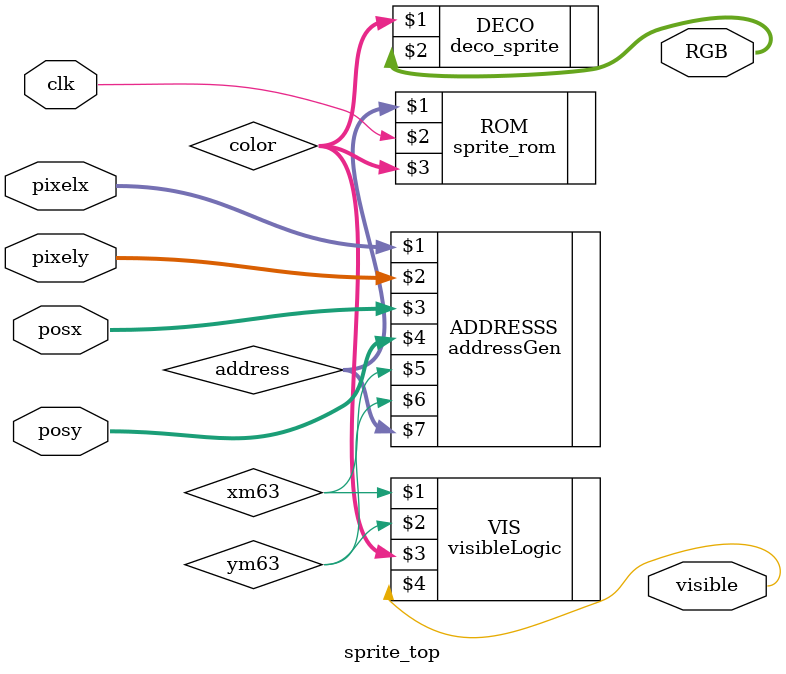
<source format=sv>
module sprite_top(input clk, input [9:0] posx,
						posy, pixelx, pixely,
						output [23:0] RGB,
						output visible);
//ROM
logic [11:0] address;
logic [2:0] color;
sprite_rom  ROM (address,clk, color);	
//DECO
deco_sprite DECO (color, RGB);
logic xm63, ym63;
//ADDRESS GENERATION
addressGen ADDRESSS(pixelx, pixely,
            posx, posy, xm63, ym63,address);	
//VISIBLE LOGIC			
visibleLogic VIS (xm63, ym63,color, visible);						
endmodule

</source>
